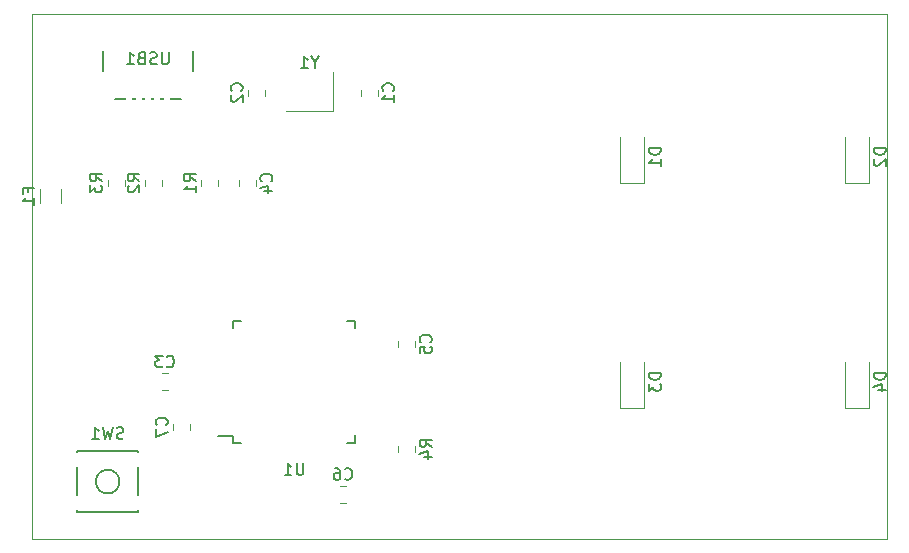
<source format=gbo>
G04 #@! TF.GenerationSoftware,KiCad,Pcbnew,(5.1.5)-3*
G04 #@! TF.CreationDate,2020-03-21T14:26:23+08:00*
G04 #@! TF.ProjectId,PCB Design,50434220-4465-4736-9967-6e2e6b696361,rev?*
G04 #@! TF.SameCoordinates,Original*
G04 #@! TF.FileFunction,Legend,Bot*
G04 #@! TF.FilePolarity,Positive*
%FSLAX46Y46*%
G04 Gerber Fmt 4.6, Leading zero omitted, Abs format (unit mm)*
G04 Created by KiCad (PCBNEW (5.1.5)-3) date 2020-03-21 14:26:23*
%MOMM*%
%LPD*%
G04 APERTURE LIST*
%ADD10C,0.120000*%
%ADD11C,0.150000*%
%ADD12R,1.502000X1.302000*%
%ADD13O,1.802000X2.802000*%
%ADD14R,0.602000X2.352000*%
%ADD15R,0.652000X1.602000*%
%ADD16R,1.602000X0.652000*%
%ADD17R,1.902000X1.202000*%
%ADD18C,0.100000*%
%ADD19C,1.852000*%
%ADD20C,2.352000*%
%ADD21C,4.089800*%
%ADD22R,1.302000X1.002000*%
G04 APERTURE END LIST*
D10*
X165100000Y-124460000D02*
X167640000Y-124460000D01*
X165100000Y-168910000D02*
X165100000Y-124460000D01*
X237490000Y-168910000D02*
X165100000Y-168910000D01*
X237490000Y-124460000D02*
X237490000Y-168910000D01*
X167640000Y-124460000D02*
X237490000Y-124460000D01*
X190606250Y-132675000D02*
X186606250Y-132675000D01*
X190606250Y-129375000D02*
X190606250Y-132675000D01*
D11*
X171093750Y-126206250D02*
X171093750Y-131656250D01*
X178793750Y-126206250D02*
X178793750Y-131656250D01*
X171093750Y-131656250D02*
X178793750Y-131656250D01*
X182150000Y-160175000D02*
X180875000Y-160175000D01*
X192500000Y-160750000D02*
X191825000Y-160750000D01*
X192500000Y-150400000D02*
X191825000Y-150400000D01*
X182150000Y-150400000D02*
X182825000Y-150400000D01*
X182150000Y-160750000D02*
X182825000Y-160750000D01*
X182150000Y-150400000D02*
X182150000Y-151075000D01*
X192500000Y-150400000D02*
X192500000Y-151075000D01*
X192500000Y-160750000D02*
X192500000Y-160075000D01*
X182150000Y-160750000D02*
X182150000Y-160175000D01*
X172525000Y-164043750D02*
G75*
G03X172525000Y-164043750I-1000000J0D01*
G01*
X168925000Y-161443750D02*
X168925000Y-166643750D01*
X174125000Y-161443750D02*
X168925000Y-161443750D01*
X174125000Y-166643750D02*
X174125000Y-161443750D01*
X168925000Y-166643750D02*
X174125000Y-166643750D01*
D10*
X196140000Y-161533578D02*
X196140000Y-161016422D01*
X197560000Y-161533578D02*
X197560000Y-161016422D01*
X172953750Y-138503922D02*
X172953750Y-139021078D01*
X171533750Y-138503922D02*
X171533750Y-139021078D01*
X176128750Y-138503922D02*
X176128750Y-139021078D01*
X174708750Y-138503922D02*
X174708750Y-139021078D01*
X180891250Y-138503922D02*
X180891250Y-139021078D01*
X179471250Y-138503922D02*
X179471250Y-139021078D01*
X167597500Y-139285436D02*
X167597500Y-140489564D01*
X165777500Y-139285436D02*
X165777500Y-140489564D01*
X235950000Y-157825000D02*
X235950000Y-153925000D01*
X233950000Y-157825000D02*
X233950000Y-153925000D01*
X235950000Y-157825000D02*
X233950000Y-157825000D01*
X216900000Y-157825000D02*
X216900000Y-153925000D01*
X214900000Y-157825000D02*
X214900000Y-153925000D01*
X216900000Y-157825000D02*
X214900000Y-157825000D01*
X235950000Y-138775000D02*
X235950000Y-134875000D01*
X233950000Y-138775000D02*
X233950000Y-134875000D01*
X235950000Y-138775000D02*
X233950000Y-138775000D01*
X216900000Y-138775000D02*
X216900000Y-134875000D01*
X214900000Y-138775000D02*
X214900000Y-134875000D01*
X216900000Y-138775000D02*
X214900000Y-138775000D01*
X178510000Y-159141422D02*
X178510000Y-159658578D01*
X177090000Y-159141422D02*
X177090000Y-159658578D01*
X191696078Y-165810000D02*
X191178922Y-165810000D01*
X191696078Y-164390000D02*
X191178922Y-164390000D01*
X196140000Y-152658578D02*
X196140000Y-152141422D01*
X197560000Y-152658578D02*
X197560000Y-152141422D01*
X182646250Y-139021078D02*
X182646250Y-138503922D01*
X184066250Y-139021078D02*
X184066250Y-138503922D01*
X176614828Y-156285000D02*
X176097672Y-156285000D01*
X176614828Y-154865000D02*
X176097672Y-154865000D01*
X184860000Y-130853922D02*
X184860000Y-131371078D01*
X183440000Y-130853922D02*
X183440000Y-131371078D01*
X192965000Y-131371078D02*
X192965000Y-130853922D01*
X194385000Y-131371078D02*
X194385000Y-130853922D01*
D11*
X189082440Y-128551190D02*
X189082440Y-129027380D01*
X189415773Y-128027380D02*
X189082440Y-128551190D01*
X188749107Y-128027380D01*
X187891964Y-129027380D02*
X188463392Y-129027380D01*
X188177678Y-129027380D02*
X188177678Y-128027380D01*
X188272916Y-128170238D01*
X188368154Y-128265476D01*
X188463392Y-128313095D01*
X176681845Y-127690630D02*
X176681845Y-128500154D01*
X176634226Y-128595392D01*
X176586607Y-128643011D01*
X176491369Y-128690630D01*
X176300892Y-128690630D01*
X176205654Y-128643011D01*
X176158035Y-128595392D01*
X176110416Y-128500154D01*
X176110416Y-127690630D01*
X175681845Y-128643011D02*
X175538988Y-128690630D01*
X175300892Y-128690630D01*
X175205654Y-128643011D01*
X175158035Y-128595392D01*
X175110416Y-128500154D01*
X175110416Y-128404916D01*
X175158035Y-128309678D01*
X175205654Y-128262059D01*
X175300892Y-128214440D01*
X175491369Y-128166821D01*
X175586607Y-128119202D01*
X175634226Y-128071583D01*
X175681845Y-127976345D01*
X175681845Y-127881107D01*
X175634226Y-127785869D01*
X175586607Y-127738250D01*
X175491369Y-127690630D01*
X175253273Y-127690630D01*
X175110416Y-127738250D01*
X174348511Y-128166821D02*
X174205654Y-128214440D01*
X174158035Y-128262059D01*
X174110416Y-128357297D01*
X174110416Y-128500154D01*
X174158035Y-128595392D01*
X174205654Y-128643011D01*
X174300892Y-128690630D01*
X174681845Y-128690630D01*
X174681845Y-127690630D01*
X174348511Y-127690630D01*
X174253273Y-127738250D01*
X174205654Y-127785869D01*
X174158035Y-127881107D01*
X174158035Y-127976345D01*
X174205654Y-128071583D01*
X174253273Y-128119202D01*
X174348511Y-128166821D01*
X174681845Y-128166821D01*
X173158035Y-128690630D02*
X173729464Y-128690630D01*
X173443750Y-128690630D02*
X173443750Y-127690630D01*
X173538988Y-127833488D01*
X173634226Y-127928726D01*
X173729464Y-127976345D01*
X188086904Y-162477380D02*
X188086904Y-163286904D01*
X188039285Y-163382142D01*
X187991666Y-163429761D01*
X187896428Y-163477380D01*
X187705952Y-163477380D01*
X187610714Y-163429761D01*
X187563095Y-163382142D01*
X187515476Y-163286904D01*
X187515476Y-162477380D01*
X186515476Y-163477380D02*
X187086904Y-163477380D01*
X186801190Y-163477380D02*
X186801190Y-162477380D01*
X186896428Y-162620238D01*
X186991666Y-162715476D01*
X187086904Y-162763095D01*
X172858333Y-160384511D02*
X172715476Y-160432130D01*
X172477380Y-160432130D01*
X172382142Y-160384511D01*
X172334523Y-160336892D01*
X172286904Y-160241654D01*
X172286904Y-160146416D01*
X172334523Y-160051178D01*
X172382142Y-160003559D01*
X172477380Y-159955940D01*
X172667857Y-159908321D01*
X172763095Y-159860702D01*
X172810714Y-159813083D01*
X172858333Y-159717845D01*
X172858333Y-159622607D01*
X172810714Y-159527369D01*
X172763095Y-159479750D01*
X172667857Y-159432130D01*
X172429761Y-159432130D01*
X172286904Y-159479750D01*
X171953571Y-159432130D02*
X171715476Y-160432130D01*
X171525000Y-159717845D01*
X171334523Y-160432130D01*
X171096428Y-159432130D01*
X170191666Y-160432130D02*
X170763095Y-160432130D01*
X170477380Y-160432130D02*
X170477380Y-159432130D01*
X170572619Y-159574988D01*
X170667857Y-159670226D01*
X170763095Y-159717845D01*
X198952380Y-161108333D02*
X198476190Y-160775000D01*
X198952380Y-160536904D02*
X197952380Y-160536904D01*
X197952380Y-160917857D01*
X198000000Y-161013095D01*
X198047619Y-161060714D01*
X198142857Y-161108333D01*
X198285714Y-161108333D01*
X198380952Y-161060714D01*
X198428571Y-161013095D01*
X198476190Y-160917857D01*
X198476190Y-160536904D01*
X198285714Y-161965476D02*
X198952380Y-161965476D01*
X197904761Y-161727380D02*
X198619047Y-161489285D01*
X198619047Y-162108333D01*
X171046130Y-138595833D02*
X170569940Y-138262500D01*
X171046130Y-138024404D02*
X170046130Y-138024404D01*
X170046130Y-138405357D01*
X170093750Y-138500595D01*
X170141369Y-138548214D01*
X170236607Y-138595833D01*
X170379464Y-138595833D01*
X170474702Y-138548214D01*
X170522321Y-138500595D01*
X170569940Y-138405357D01*
X170569940Y-138024404D01*
X170046130Y-138929166D02*
X170046130Y-139548214D01*
X170427083Y-139214880D01*
X170427083Y-139357738D01*
X170474702Y-139452976D01*
X170522321Y-139500595D01*
X170617559Y-139548214D01*
X170855654Y-139548214D01*
X170950892Y-139500595D01*
X170998511Y-139452976D01*
X171046130Y-139357738D01*
X171046130Y-139072023D01*
X170998511Y-138976785D01*
X170950892Y-138929166D01*
X174221130Y-138595833D02*
X173744940Y-138262500D01*
X174221130Y-138024404D02*
X173221130Y-138024404D01*
X173221130Y-138405357D01*
X173268750Y-138500595D01*
X173316369Y-138548214D01*
X173411607Y-138595833D01*
X173554464Y-138595833D01*
X173649702Y-138548214D01*
X173697321Y-138500595D01*
X173744940Y-138405357D01*
X173744940Y-138024404D01*
X173316369Y-138976785D02*
X173268750Y-139024404D01*
X173221130Y-139119642D01*
X173221130Y-139357738D01*
X173268750Y-139452976D01*
X173316369Y-139500595D01*
X173411607Y-139548214D01*
X173506845Y-139548214D01*
X173649702Y-139500595D01*
X174221130Y-138929166D01*
X174221130Y-139548214D01*
X178983630Y-138595833D02*
X178507440Y-138262500D01*
X178983630Y-138024404D02*
X177983630Y-138024404D01*
X177983630Y-138405357D01*
X178031250Y-138500595D01*
X178078869Y-138548214D01*
X178174107Y-138595833D01*
X178316964Y-138595833D01*
X178412202Y-138548214D01*
X178459821Y-138500595D01*
X178507440Y-138405357D01*
X178507440Y-138024404D01*
X178983630Y-139548214D02*
X178983630Y-138976785D01*
X178983630Y-139262500D02*
X177983630Y-139262500D01*
X178126488Y-139167261D01*
X178221726Y-139072023D01*
X178269345Y-138976785D01*
X164796071Y-139554166D02*
X164796071Y-139220833D01*
X165319880Y-139220833D02*
X164319880Y-139220833D01*
X164319880Y-139697023D01*
X165319880Y-140601785D02*
X165319880Y-140030357D01*
X165319880Y-140316071D02*
X164319880Y-140316071D01*
X164462738Y-140220833D01*
X164557976Y-140125595D01*
X164605595Y-140030357D01*
X237402380Y-154836904D02*
X236402380Y-154836904D01*
X236402380Y-155075000D01*
X236450000Y-155217857D01*
X236545238Y-155313095D01*
X236640476Y-155360714D01*
X236830952Y-155408333D01*
X236973809Y-155408333D01*
X237164285Y-155360714D01*
X237259523Y-155313095D01*
X237354761Y-155217857D01*
X237402380Y-155075000D01*
X237402380Y-154836904D01*
X236735714Y-156265476D02*
X237402380Y-156265476D01*
X236354761Y-156027380D02*
X237069047Y-155789285D01*
X237069047Y-156408333D01*
X218352380Y-154836904D02*
X217352380Y-154836904D01*
X217352380Y-155075000D01*
X217400000Y-155217857D01*
X217495238Y-155313095D01*
X217590476Y-155360714D01*
X217780952Y-155408333D01*
X217923809Y-155408333D01*
X218114285Y-155360714D01*
X218209523Y-155313095D01*
X218304761Y-155217857D01*
X218352380Y-155075000D01*
X218352380Y-154836904D01*
X217352380Y-155741666D02*
X217352380Y-156360714D01*
X217733333Y-156027380D01*
X217733333Y-156170238D01*
X217780952Y-156265476D01*
X217828571Y-156313095D01*
X217923809Y-156360714D01*
X218161904Y-156360714D01*
X218257142Y-156313095D01*
X218304761Y-156265476D01*
X218352380Y-156170238D01*
X218352380Y-155884523D01*
X218304761Y-155789285D01*
X218257142Y-155741666D01*
X237402380Y-135786904D02*
X236402380Y-135786904D01*
X236402380Y-136025000D01*
X236450000Y-136167857D01*
X236545238Y-136263095D01*
X236640476Y-136310714D01*
X236830952Y-136358333D01*
X236973809Y-136358333D01*
X237164285Y-136310714D01*
X237259523Y-136263095D01*
X237354761Y-136167857D01*
X237402380Y-136025000D01*
X237402380Y-135786904D01*
X236497619Y-136739285D02*
X236450000Y-136786904D01*
X236402380Y-136882142D01*
X236402380Y-137120238D01*
X236450000Y-137215476D01*
X236497619Y-137263095D01*
X236592857Y-137310714D01*
X236688095Y-137310714D01*
X236830952Y-137263095D01*
X237402380Y-136691666D01*
X237402380Y-137310714D01*
X218352380Y-135786904D02*
X217352380Y-135786904D01*
X217352380Y-136025000D01*
X217400000Y-136167857D01*
X217495238Y-136263095D01*
X217590476Y-136310714D01*
X217780952Y-136358333D01*
X217923809Y-136358333D01*
X218114285Y-136310714D01*
X218209523Y-136263095D01*
X218304761Y-136167857D01*
X218352380Y-136025000D01*
X218352380Y-135786904D01*
X218352380Y-137310714D02*
X218352380Y-136739285D01*
X218352380Y-137025000D02*
X217352380Y-137025000D01*
X217495238Y-136929761D01*
X217590476Y-136834523D01*
X217638095Y-136739285D01*
X176507142Y-159233333D02*
X176554761Y-159185714D01*
X176602380Y-159042857D01*
X176602380Y-158947619D01*
X176554761Y-158804761D01*
X176459523Y-158709523D01*
X176364285Y-158661904D01*
X176173809Y-158614285D01*
X176030952Y-158614285D01*
X175840476Y-158661904D01*
X175745238Y-158709523D01*
X175650000Y-158804761D01*
X175602380Y-158947619D01*
X175602380Y-159042857D01*
X175650000Y-159185714D01*
X175697619Y-159233333D01*
X175602380Y-159566666D02*
X175602380Y-160233333D01*
X176602380Y-159804761D01*
X191604166Y-163807142D02*
X191651785Y-163854761D01*
X191794642Y-163902380D01*
X191889880Y-163902380D01*
X192032738Y-163854761D01*
X192127976Y-163759523D01*
X192175595Y-163664285D01*
X192223214Y-163473809D01*
X192223214Y-163330952D01*
X192175595Y-163140476D01*
X192127976Y-163045238D01*
X192032738Y-162950000D01*
X191889880Y-162902380D01*
X191794642Y-162902380D01*
X191651785Y-162950000D01*
X191604166Y-162997619D01*
X190747023Y-162902380D02*
X190937500Y-162902380D01*
X191032738Y-162950000D01*
X191080357Y-162997619D01*
X191175595Y-163140476D01*
X191223214Y-163330952D01*
X191223214Y-163711904D01*
X191175595Y-163807142D01*
X191127976Y-163854761D01*
X191032738Y-163902380D01*
X190842261Y-163902380D01*
X190747023Y-163854761D01*
X190699404Y-163807142D01*
X190651785Y-163711904D01*
X190651785Y-163473809D01*
X190699404Y-163378571D01*
X190747023Y-163330952D01*
X190842261Y-163283333D01*
X191032738Y-163283333D01*
X191127976Y-163330952D01*
X191175595Y-163378571D01*
X191223214Y-163473809D01*
X198857142Y-152233333D02*
X198904761Y-152185714D01*
X198952380Y-152042857D01*
X198952380Y-151947619D01*
X198904761Y-151804761D01*
X198809523Y-151709523D01*
X198714285Y-151661904D01*
X198523809Y-151614285D01*
X198380952Y-151614285D01*
X198190476Y-151661904D01*
X198095238Y-151709523D01*
X198000000Y-151804761D01*
X197952380Y-151947619D01*
X197952380Y-152042857D01*
X198000000Y-152185714D01*
X198047619Y-152233333D01*
X197952380Y-153138095D02*
X197952380Y-152661904D01*
X198428571Y-152614285D01*
X198380952Y-152661904D01*
X198333333Y-152757142D01*
X198333333Y-152995238D01*
X198380952Y-153090476D01*
X198428571Y-153138095D01*
X198523809Y-153185714D01*
X198761904Y-153185714D01*
X198857142Y-153138095D01*
X198904761Y-153090476D01*
X198952380Y-152995238D01*
X198952380Y-152757142D01*
X198904761Y-152661904D01*
X198857142Y-152614285D01*
X185363392Y-138595833D02*
X185411011Y-138548214D01*
X185458630Y-138405357D01*
X185458630Y-138310119D01*
X185411011Y-138167261D01*
X185315773Y-138072023D01*
X185220535Y-138024404D01*
X185030059Y-137976785D01*
X184887202Y-137976785D01*
X184696726Y-138024404D01*
X184601488Y-138072023D01*
X184506250Y-138167261D01*
X184458630Y-138310119D01*
X184458630Y-138405357D01*
X184506250Y-138548214D01*
X184553869Y-138595833D01*
X184791964Y-139452976D02*
X185458630Y-139452976D01*
X184411011Y-139214880D02*
X185125297Y-138976785D01*
X185125297Y-139595833D01*
X176522916Y-154282142D02*
X176570535Y-154329761D01*
X176713392Y-154377380D01*
X176808630Y-154377380D01*
X176951488Y-154329761D01*
X177046726Y-154234523D01*
X177094345Y-154139285D01*
X177141964Y-153948809D01*
X177141964Y-153805952D01*
X177094345Y-153615476D01*
X177046726Y-153520238D01*
X176951488Y-153425000D01*
X176808630Y-153377380D01*
X176713392Y-153377380D01*
X176570535Y-153425000D01*
X176522916Y-153472619D01*
X176189583Y-153377380D02*
X175570535Y-153377380D01*
X175903869Y-153758333D01*
X175761011Y-153758333D01*
X175665773Y-153805952D01*
X175618154Y-153853571D01*
X175570535Y-153948809D01*
X175570535Y-154186904D01*
X175618154Y-154282142D01*
X175665773Y-154329761D01*
X175761011Y-154377380D01*
X176046726Y-154377380D01*
X176141964Y-154329761D01*
X176189583Y-154282142D01*
X182857142Y-130945833D02*
X182904761Y-130898214D01*
X182952380Y-130755357D01*
X182952380Y-130660119D01*
X182904761Y-130517261D01*
X182809523Y-130422023D01*
X182714285Y-130374404D01*
X182523809Y-130326785D01*
X182380952Y-130326785D01*
X182190476Y-130374404D01*
X182095238Y-130422023D01*
X182000000Y-130517261D01*
X181952380Y-130660119D01*
X181952380Y-130755357D01*
X182000000Y-130898214D01*
X182047619Y-130945833D01*
X182047619Y-131326785D02*
X182000000Y-131374404D01*
X181952380Y-131469642D01*
X181952380Y-131707738D01*
X182000000Y-131802976D01*
X182047619Y-131850595D01*
X182142857Y-131898214D01*
X182238095Y-131898214D01*
X182380952Y-131850595D01*
X182952380Y-131279166D01*
X182952380Y-131898214D01*
X195682142Y-130945833D02*
X195729761Y-130898214D01*
X195777380Y-130755357D01*
X195777380Y-130660119D01*
X195729761Y-130517261D01*
X195634523Y-130422023D01*
X195539285Y-130374404D01*
X195348809Y-130326785D01*
X195205952Y-130326785D01*
X195015476Y-130374404D01*
X194920238Y-130422023D01*
X194825000Y-130517261D01*
X194777380Y-130660119D01*
X194777380Y-130755357D01*
X194825000Y-130898214D01*
X194872619Y-130945833D01*
X195777380Y-131898214D02*
X195777380Y-131326785D01*
X195777380Y-131612500D02*
X194777380Y-131612500D01*
X194920238Y-131517261D01*
X195015476Y-131422023D01*
X195063095Y-131326785D01*
%LPC*%
D12*
X189706250Y-130175000D03*
X187506250Y-130175000D03*
X187506250Y-131875000D03*
X189706250Y-131875000D03*
D13*
X171293750Y-126206250D03*
X178593750Y-126206250D03*
X178593750Y-130706250D03*
X171293750Y-130706250D03*
D14*
X173343750Y-130706250D03*
X174143750Y-130706250D03*
X174943750Y-130706250D03*
X175743750Y-130706250D03*
X176543750Y-130706250D03*
D15*
X183325000Y-161275000D03*
X184125000Y-161275000D03*
X184925000Y-161275000D03*
X185725000Y-161275000D03*
X186525000Y-161275000D03*
X187325000Y-161275000D03*
X188125000Y-161275000D03*
X188925000Y-161275000D03*
X189725000Y-161275000D03*
X190525000Y-161275000D03*
X191325000Y-161275000D03*
D16*
X193025000Y-159575000D03*
X193025000Y-158775000D03*
X193025000Y-157975000D03*
X193025000Y-157175000D03*
X193025000Y-156375000D03*
X193025000Y-155575000D03*
X193025000Y-154775000D03*
X193025000Y-153975000D03*
X193025000Y-153175000D03*
X193025000Y-152375000D03*
X193025000Y-151575000D03*
D15*
X191325000Y-149875000D03*
X190525000Y-149875000D03*
X189725000Y-149875000D03*
X188925000Y-149875000D03*
X188125000Y-149875000D03*
X187325000Y-149875000D03*
X186525000Y-149875000D03*
X185725000Y-149875000D03*
X184925000Y-149875000D03*
X184125000Y-149875000D03*
X183325000Y-149875000D03*
D16*
X181625000Y-151575000D03*
X181625000Y-152375000D03*
X181625000Y-153175000D03*
X181625000Y-153975000D03*
X181625000Y-154775000D03*
X181625000Y-155575000D03*
X181625000Y-156375000D03*
X181625000Y-157175000D03*
X181625000Y-157975000D03*
X181625000Y-158775000D03*
X181625000Y-159575000D03*
D17*
X174625000Y-162193750D03*
X168425000Y-165893750D03*
X174625000Y-165893750D03*
X168425000Y-162193750D03*
D18*
G36*
X197358141Y-159800297D02*
G01*
X197384278Y-159804174D01*
X197409909Y-159810594D01*
X197434788Y-159819495D01*
X197458674Y-159830793D01*
X197481337Y-159844377D01*
X197502560Y-159860117D01*
X197522139Y-159877861D01*
X197539883Y-159897440D01*
X197555623Y-159918663D01*
X197569207Y-159941326D01*
X197580505Y-159965212D01*
X197589406Y-159990091D01*
X197595826Y-160015722D01*
X197599703Y-160041859D01*
X197601000Y-160068250D01*
X197601000Y-160606750D01*
X197599703Y-160633141D01*
X197595826Y-160659278D01*
X197589406Y-160684909D01*
X197580505Y-160709788D01*
X197569207Y-160733674D01*
X197555623Y-160756337D01*
X197539883Y-160777560D01*
X197522139Y-160797139D01*
X197502560Y-160814883D01*
X197481337Y-160830623D01*
X197458674Y-160844207D01*
X197434788Y-160855505D01*
X197409909Y-160864406D01*
X197384278Y-160870826D01*
X197358141Y-160874703D01*
X197331750Y-160876000D01*
X196368250Y-160876000D01*
X196341859Y-160874703D01*
X196315722Y-160870826D01*
X196290091Y-160864406D01*
X196265212Y-160855505D01*
X196241326Y-160844207D01*
X196218663Y-160830623D01*
X196197440Y-160814883D01*
X196177861Y-160797139D01*
X196160117Y-160777560D01*
X196144377Y-160756337D01*
X196130793Y-160733674D01*
X196119495Y-160709788D01*
X196110594Y-160684909D01*
X196104174Y-160659278D01*
X196100297Y-160633141D01*
X196099000Y-160606750D01*
X196099000Y-160068250D01*
X196100297Y-160041859D01*
X196104174Y-160015722D01*
X196110594Y-159990091D01*
X196119495Y-159965212D01*
X196130793Y-159941326D01*
X196144377Y-159918663D01*
X196160117Y-159897440D01*
X196177861Y-159877861D01*
X196197440Y-159860117D01*
X196218663Y-159844377D01*
X196241326Y-159830793D01*
X196265212Y-159819495D01*
X196290091Y-159810594D01*
X196315722Y-159804174D01*
X196341859Y-159800297D01*
X196368250Y-159799000D01*
X197331750Y-159799000D01*
X197358141Y-159800297D01*
G37*
G36*
X197358141Y-161675297D02*
G01*
X197384278Y-161679174D01*
X197409909Y-161685594D01*
X197434788Y-161694495D01*
X197458674Y-161705793D01*
X197481337Y-161719377D01*
X197502560Y-161735117D01*
X197522139Y-161752861D01*
X197539883Y-161772440D01*
X197555623Y-161793663D01*
X197569207Y-161816326D01*
X197580505Y-161840212D01*
X197589406Y-161865091D01*
X197595826Y-161890722D01*
X197599703Y-161916859D01*
X197601000Y-161943250D01*
X197601000Y-162481750D01*
X197599703Y-162508141D01*
X197595826Y-162534278D01*
X197589406Y-162559909D01*
X197580505Y-162584788D01*
X197569207Y-162608674D01*
X197555623Y-162631337D01*
X197539883Y-162652560D01*
X197522139Y-162672139D01*
X197502560Y-162689883D01*
X197481337Y-162705623D01*
X197458674Y-162719207D01*
X197434788Y-162730505D01*
X197409909Y-162739406D01*
X197384278Y-162745826D01*
X197358141Y-162749703D01*
X197331750Y-162751000D01*
X196368250Y-162751000D01*
X196341859Y-162749703D01*
X196315722Y-162745826D01*
X196290091Y-162739406D01*
X196265212Y-162730505D01*
X196241326Y-162719207D01*
X196218663Y-162705623D01*
X196197440Y-162689883D01*
X196177861Y-162672139D01*
X196160117Y-162652560D01*
X196144377Y-162631337D01*
X196130793Y-162608674D01*
X196119495Y-162584788D01*
X196110594Y-162559909D01*
X196104174Y-162534278D01*
X196100297Y-162508141D01*
X196099000Y-162481750D01*
X196099000Y-161943250D01*
X196100297Y-161916859D01*
X196104174Y-161890722D01*
X196110594Y-161865091D01*
X196119495Y-161840212D01*
X196130793Y-161816326D01*
X196144377Y-161793663D01*
X196160117Y-161772440D01*
X196177861Y-161752861D01*
X196197440Y-161735117D01*
X196218663Y-161719377D01*
X196241326Y-161705793D01*
X196265212Y-161694495D01*
X196290091Y-161685594D01*
X196315722Y-161679174D01*
X196341859Y-161675297D01*
X196368250Y-161674000D01*
X197331750Y-161674000D01*
X197358141Y-161675297D01*
G37*
G36*
X172751891Y-139162797D02*
G01*
X172778028Y-139166674D01*
X172803659Y-139173094D01*
X172828538Y-139181995D01*
X172852424Y-139193293D01*
X172875087Y-139206877D01*
X172896310Y-139222617D01*
X172915889Y-139240361D01*
X172933633Y-139259940D01*
X172949373Y-139281163D01*
X172962957Y-139303826D01*
X172974255Y-139327712D01*
X172983156Y-139352591D01*
X172989576Y-139378222D01*
X172993453Y-139404359D01*
X172994750Y-139430750D01*
X172994750Y-139969250D01*
X172993453Y-139995641D01*
X172989576Y-140021778D01*
X172983156Y-140047409D01*
X172974255Y-140072288D01*
X172962957Y-140096174D01*
X172949373Y-140118837D01*
X172933633Y-140140060D01*
X172915889Y-140159639D01*
X172896310Y-140177383D01*
X172875087Y-140193123D01*
X172852424Y-140206707D01*
X172828538Y-140218005D01*
X172803659Y-140226906D01*
X172778028Y-140233326D01*
X172751891Y-140237203D01*
X172725500Y-140238500D01*
X171762000Y-140238500D01*
X171735609Y-140237203D01*
X171709472Y-140233326D01*
X171683841Y-140226906D01*
X171658962Y-140218005D01*
X171635076Y-140206707D01*
X171612413Y-140193123D01*
X171591190Y-140177383D01*
X171571611Y-140159639D01*
X171553867Y-140140060D01*
X171538127Y-140118837D01*
X171524543Y-140096174D01*
X171513245Y-140072288D01*
X171504344Y-140047409D01*
X171497924Y-140021778D01*
X171494047Y-139995641D01*
X171492750Y-139969250D01*
X171492750Y-139430750D01*
X171494047Y-139404359D01*
X171497924Y-139378222D01*
X171504344Y-139352591D01*
X171513245Y-139327712D01*
X171524543Y-139303826D01*
X171538127Y-139281163D01*
X171553867Y-139259940D01*
X171571611Y-139240361D01*
X171591190Y-139222617D01*
X171612413Y-139206877D01*
X171635076Y-139193293D01*
X171658962Y-139181995D01*
X171683841Y-139173094D01*
X171709472Y-139166674D01*
X171735609Y-139162797D01*
X171762000Y-139161500D01*
X172725500Y-139161500D01*
X172751891Y-139162797D01*
G37*
G36*
X172751891Y-137287797D02*
G01*
X172778028Y-137291674D01*
X172803659Y-137298094D01*
X172828538Y-137306995D01*
X172852424Y-137318293D01*
X172875087Y-137331877D01*
X172896310Y-137347617D01*
X172915889Y-137365361D01*
X172933633Y-137384940D01*
X172949373Y-137406163D01*
X172962957Y-137428826D01*
X172974255Y-137452712D01*
X172983156Y-137477591D01*
X172989576Y-137503222D01*
X172993453Y-137529359D01*
X172994750Y-137555750D01*
X172994750Y-138094250D01*
X172993453Y-138120641D01*
X172989576Y-138146778D01*
X172983156Y-138172409D01*
X172974255Y-138197288D01*
X172962957Y-138221174D01*
X172949373Y-138243837D01*
X172933633Y-138265060D01*
X172915889Y-138284639D01*
X172896310Y-138302383D01*
X172875087Y-138318123D01*
X172852424Y-138331707D01*
X172828538Y-138343005D01*
X172803659Y-138351906D01*
X172778028Y-138358326D01*
X172751891Y-138362203D01*
X172725500Y-138363500D01*
X171762000Y-138363500D01*
X171735609Y-138362203D01*
X171709472Y-138358326D01*
X171683841Y-138351906D01*
X171658962Y-138343005D01*
X171635076Y-138331707D01*
X171612413Y-138318123D01*
X171591190Y-138302383D01*
X171571611Y-138284639D01*
X171553867Y-138265060D01*
X171538127Y-138243837D01*
X171524543Y-138221174D01*
X171513245Y-138197288D01*
X171504344Y-138172409D01*
X171497924Y-138146778D01*
X171494047Y-138120641D01*
X171492750Y-138094250D01*
X171492750Y-137555750D01*
X171494047Y-137529359D01*
X171497924Y-137503222D01*
X171504344Y-137477591D01*
X171513245Y-137452712D01*
X171524543Y-137428826D01*
X171538127Y-137406163D01*
X171553867Y-137384940D01*
X171571611Y-137365361D01*
X171591190Y-137347617D01*
X171612413Y-137331877D01*
X171635076Y-137318293D01*
X171658962Y-137306995D01*
X171683841Y-137298094D01*
X171709472Y-137291674D01*
X171735609Y-137287797D01*
X171762000Y-137286500D01*
X172725500Y-137286500D01*
X172751891Y-137287797D01*
G37*
G36*
X175926891Y-139162797D02*
G01*
X175953028Y-139166674D01*
X175978659Y-139173094D01*
X176003538Y-139181995D01*
X176027424Y-139193293D01*
X176050087Y-139206877D01*
X176071310Y-139222617D01*
X176090889Y-139240361D01*
X176108633Y-139259940D01*
X176124373Y-139281163D01*
X176137957Y-139303826D01*
X176149255Y-139327712D01*
X176158156Y-139352591D01*
X176164576Y-139378222D01*
X176168453Y-139404359D01*
X176169750Y-139430750D01*
X176169750Y-139969250D01*
X176168453Y-139995641D01*
X176164576Y-140021778D01*
X176158156Y-140047409D01*
X176149255Y-140072288D01*
X176137957Y-140096174D01*
X176124373Y-140118837D01*
X176108633Y-140140060D01*
X176090889Y-140159639D01*
X176071310Y-140177383D01*
X176050087Y-140193123D01*
X176027424Y-140206707D01*
X176003538Y-140218005D01*
X175978659Y-140226906D01*
X175953028Y-140233326D01*
X175926891Y-140237203D01*
X175900500Y-140238500D01*
X174937000Y-140238500D01*
X174910609Y-140237203D01*
X174884472Y-140233326D01*
X174858841Y-140226906D01*
X174833962Y-140218005D01*
X174810076Y-140206707D01*
X174787413Y-140193123D01*
X174766190Y-140177383D01*
X174746611Y-140159639D01*
X174728867Y-140140060D01*
X174713127Y-140118837D01*
X174699543Y-140096174D01*
X174688245Y-140072288D01*
X174679344Y-140047409D01*
X174672924Y-140021778D01*
X174669047Y-139995641D01*
X174667750Y-139969250D01*
X174667750Y-139430750D01*
X174669047Y-139404359D01*
X174672924Y-139378222D01*
X174679344Y-139352591D01*
X174688245Y-139327712D01*
X174699543Y-139303826D01*
X174713127Y-139281163D01*
X174728867Y-139259940D01*
X174746611Y-139240361D01*
X174766190Y-139222617D01*
X174787413Y-139206877D01*
X174810076Y-139193293D01*
X174833962Y-139181995D01*
X174858841Y-139173094D01*
X174884472Y-139166674D01*
X174910609Y-139162797D01*
X174937000Y-139161500D01*
X175900500Y-139161500D01*
X175926891Y-139162797D01*
G37*
G36*
X175926891Y-137287797D02*
G01*
X175953028Y-137291674D01*
X175978659Y-137298094D01*
X176003538Y-137306995D01*
X176027424Y-137318293D01*
X176050087Y-137331877D01*
X176071310Y-137347617D01*
X176090889Y-137365361D01*
X176108633Y-137384940D01*
X176124373Y-137406163D01*
X176137957Y-137428826D01*
X176149255Y-137452712D01*
X176158156Y-137477591D01*
X176164576Y-137503222D01*
X176168453Y-137529359D01*
X176169750Y-137555750D01*
X176169750Y-138094250D01*
X176168453Y-138120641D01*
X176164576Y-138146778D01*
X176158156Y-138172409D01*
X176149255Y-138197288D01*
X176137957Y-138221174D01*
X176124373Y-138243837D01*
X176108633Y-138265060D01*
X176090889Y-138284639D01*
X176071310Y-138302383D01*
X176050087Y-138318123D01*
X176027424Y-138331707D01*
X176003538Y-138343005D01*
X175978659Y-138351906D01*
X175953028Y-138358326D01*
X175926891Y-138362203D01*
X175900500Y-138363500D01*
X174937000Y-138363500D01*
X174910609Y-138362203D01*
X174884472Y-138358326D01*
X174858841Y-138351906D01*
X174833962Y-138343005D01*
X174810076Y-138331707D01*
X174787413Y-138318123D01*
X174766190Y-138302383D01*
X174746611Y-138284639D01*
X174728867Y-138265060D01*
X174713127Y-138243837D01*
X174699543Y-138221174D01*
X174688245Y-138197288D01*
X174679344Y-138172409D01*
X174672924Y-138146778D01*
X174669047Y-138120641D01*
X174667750Y-138094250D01*
X174667750Y-137555750D01*
X174669047Y-137529359D01*
X174672924Y-137503222D01*
X174679344Y-137477591D01*
X174688245Y-137452712D01*
X174699543Y-137428826D01*
X174713127Y-137406163D01*
X174728867Y-137384940D01*
X174746611Y-137365361D01*
X174766190Y-137347617D01*
X174787413Y-137331877D01*
X174810076Y-137318293D01*
X174833962Y-137306995D01*
X174858841Y-137298094D01*
X174884472Y-137291674D01*
X174910609Y-137287797D01*
X174937000Y-137286500D01*
X175900500Y-137286500D01*
X175926891Y-137287797D01*
G37*
G36*
X180689391Y-139162797D02*
G01*
X180715528Y-139166674D01*
X180741159Y-139173094D01*
X180766038Y-139181995D01*
X180789924Y-139193293D01*
X180812587Y-139206877D01*
X180833810Y-139222617D01*
X180853389Y-139240361D01*
X180871133Y-139259940D01*
X180886873Y-139281163D01*
X180900457Y-139303826D01*
X180911755Y-139327712D01*
X180920656Y-139352591D01*
X180927076Y-139378222D01*
X180930953Y-139404359D01*
X180932250Y-139430750D01*
X180932250Y-139969250D01*
X180930953Y-139995641D01*
X180927076Y-140021778D01*
X180920656Y-140047409D01*
X180911755Y-140072288D01*
X180900457Y-140096174D01*
X180886873Y-140118837D01*
X180871133Y-140140060D01*
X180853389Y-140159639D01*
X180833810Y-140177383D01*
X180812587Y-140193123D01*
X180789924Y-140206707D01*
X180766038Y-140218005D01*
X180741159Y-140226906D01*
X180715528Y-140233326D01*
X180689391Y-140237203D01*
X180663000Y-140238500D01*
X179699500Y-140238500D01*
X179673109Y-140237203D01*
X179646972Y-140233326D01*
X179621341Y-140226906D01*
X179596462Y-140218005D01*
X179572576Y-140206707D01*
X179549913Y-140193123D01*
X179528690Y-140177383D01*
X179509111Y-140159639D01*
X179491367Y-140140060D01*
X179475627Y-140118837D01*
X179462043Y-140096174D01*
X179450745Y-140072288D01*
X179441844Y-140047409D01*
X179435424Y-140021778D01*
X179431547Y-139995641D01*
X179430250Y-139969250D01*
X179430250Y-139430750D01*
X179431547Y-139404359D01*
X179435424Y-139378222D01*
X179441844Y-139352591D01*
X179450745Y-139327712D01*
X179462043Y-139303826D01*
X179475627Y-139281163D01*
X179491367Y-139259940D01*
X179509111Y-139240361D01*
X179528690Y-139222617D01*
X179549913Y-139206877D01*
X179572576Y-139193293D01*
X179596462Y-139181995D01*
X179621341Y-139173094D01*
X179646972Y-139166674D01*
X179673109Y-139162797D01*
X179699500Y-139161500D01*
X180663000Y-139161500D01*
X180689391Y-139162797D01*
G37*
G36*
X180689391Y-137287797D02*
G01*
X180715528Y-137291674D01*
X180741159Y-137298094D01*
X180766038Y-137306995D01*
X180789924Y-137318293D01*
X180812587Y-137331877D01*
X180833810Y-137347617D01*
X180853389Y-137365361D01*
X180871133Y-137384940D01*
X180886873Y-137406163D01*
X180900457Y-137428826D01*
X180911755Y-137452712D01*
X180920656Y-137477591D01*
X180927076Y-137503222D01*
X180930953Y-137529359D01*
X180932250Y-137555750D01*
X180932250Y-138094250D01*
X180930953Y-138120641D01*
X180927076Y-138146778D01*
X180920656Y-138172409D01*
X180911755Y-138197288D01*
X180900457Y-138221174D01*
X180886873Y-138243837D01*
X180871133Y-138265060D01*
X180853389Y-138284639D01*
X180833810Y-138302383D01*
X180812587Y-138318123D01*
X180789924Y-138331707D01*
X180766038Y-138343005D01*
X180741159Y-138351906D01*
X180715528Y-138358326D01*
X180689391Y-138362203D01*
X180663000Y-138363500D01*
X179699500Y-138363500D01*
X179673109Y-138362203D01*
X179646972Y-138358326D01*
X179621341Y-138351906D01*
X179596462Y-138343005D01*
X179572576Y-138331707D01*
X179549913Y-138318123D01*
X179528690Y-138302383D01*
X179509111Y-138284639D01*
X179491367Y-138265060D01*
X179475627Y-138243837D01*
X179462043Y-138221174D01*
X179450745Y-138197288D01*
X179441844Y-138172409D01*
X179435424Y-138146778D01*
X179431547Y-138120641D01*
X179430250Y-138094250D01*
X179430250Y-137555750D01*
X179431547Y-137529359D01*
X179435424Y-137503222D01*
X179441844Y-137477591D01*
X179450745Y-137452712D01*
X179462043Y-137428826D01*
X179475627Y-137406163D01*
X179491367Y-137384940D01*
X179509111Y-137365361D01*
X179528690Y-137347617D01*
X179549913Y-137331877D01*
X179572576Y-137318293D01*
X179596462Y-137306995D01*
X179621341Y-137298094D01*
X179646972Y-137291674D01*
X179673109Y-137287797D01*
X179699500Y-137286500D01*
X180663000Y-137286500D01*
X180689391Y-137287797D01*
G37*
D19*
X232092500Y-155575000D03*
X221932500Y-155575000D03*
D20*
X223202500Y-153035000D03*
D21*
X227012500Y-155575000D03*
D20*
X229552500Y-150495000D03*
D19*
X213042500Y-155575000D03*
X202882500Y-155575000D03*
D20*
X204152500Y-153035000D03*
D21*
X207962500Y-155575000D03*
D20*
X210502500Y-150495000D03*
D19*
X232092500Y-136525000D03*
X221932500Y-136525000D03*
D20*
X223202500Y-133985000D03*
D21*
X227012500Y-136525000D03*
D20*
X229552500Y-131445000D03*
D19*
X213042500Y-136525000D03*
X202882500Y-136525000D03*
D20*
X204152500Y-133985000D03*
D21*
X207962500Y-136525000D03*
D20*
X210502500Y-131445000D03*
D18*
G36*
X167369604Y-140612802D02*
G01*
X167395852Y-140616696D01*
X167421593Y-140623143D01*
X167446578Y-140632083D01*
X167470566Y-140643428D01*
X167493326Y-140657071D01*
X167514640Y-140672878D01*
X167534302Y-140690698D01*
X167552122Y-140710360D01*
X167567929Y-140731674D01*
X167581572Y-140754434D01*
X167592917Y-140778422D01*
X167601857Y-140803407D01*
X167608304Y-140829148D01*
X167612198Y-140855396D01*
X167613500Y-140881900D01*
X167613500Y-141693100D01*
X167612198Y-141719604D01*
X167608304Y-141745852D01*
X167601857Y-141771593D01*
X167592917Y-141796578D01*
X167581572Y-141820566D01*
X167567929Y-141843326D01*
X167552122Y-141864640D01*
X167534302Y-141884302D01*
X167514640Y-141902122D01*
X167493326Y-141917929D01*
X167470566Y-141931572D01*
X167446578Y-141942917D01*
X167421593Y-141951857D01*
X167395852Y-141958304D01*
X167369604Y-141962198D01*
X167343100Y-141963500D01*
X166031900Y-141963500D01*
X166005396Y-141962198D01*
X165979148Y-141958304D01*
X165953407Y-141951857D01*
X165928422Y-141942917D01*
X165904434Y-141931572D01*
X165881674Y-141917929D01*
X165860360Y-141902122D01*
X165840698Y-141884302D01*
X165822878Y-141864640D01*
X165807071Y-141843326D01*
X165793428Y-141820566D01*
X165782083Y-141796578D01*
X165773143Y-141771593D01*
X165766696Y-141745852D01*
X165762802Y-141719604D01*
X165761500Y-141693100D01*
X165761500Y-140881900D01*
X165762802Y-140855396D01*
X165766696Y-140829148D01*
X165773143Y-140803407D01*
X165782083Y-140778422D01*
X165793428Y-140754434D01*
X165807071Y-140731674D01*
X165822878Y-140710360D01*
X165840698Y-140690698D01*
X165860360Y-140672878D01*
X165881674Y-140657071D01*
X165904434Y-140643428D01*
X165928422Y-140632083D01*
X165953407Y-140623143D01*
X165979148Y-140616696D01*
X166005396Y-140612802D01*
X166031900Y-140611500D01*
X167343100Y-140611500D01*
X167369604Y-140612802D01*
G37*
G36*
X167369604Y-137812802D02*
G01*
X167395852Y-137816696D01*
X167421593Y-137823143D01*
X167446578Y-137832083D01*
X167470566Y-137843428D01*
X167493326Y-137857071D01*
X167514640Y-137872878D01*
X167534302Y-137890698D01*
X167552122Y-137910360D01*
X167567929Y-137931674D01*
X167581572Y-137954434D01*
X167592917Y-137978422D01*
X167601857Y-138003407D01*
X167608304Y-138029148D01*
X167612198Y-138055396D01*
X167613500Y-138081900D01*
X167613500Y-138893100D01*
X167612198Y-138919604D01*
X167608304Y-138945852D01*
X167601857Y-138971593D01*
X167592917Y-138996578D01*
X167581572Y-139020566D01*
X167567929Y-139043326D01*
X167552122Y-139064640D01*
X167534302Y-139084302D01*
X167514640Y-139102122D01*
X167493326Y-139117929D01*
X167470566Y-139131572D01*
X167446578Y-139142917D01*
X167421593Y-139151857D01*
X167395852Y-139158304D01*
X167369604Y-139162198D01*
X167343100Y-139163500D01*
X166031900Y-139163500D01*
X166005396Y-139162198D01*
X165979148Y-139158304D01*
X165953407Y-139151857D01*
X165928422Y-139142917D01*
X165904434Y-139131572D01*
X165881674Y-139117929D01*
X165860360Y-139102122D01*
X165840698Y-139084302D01*
X165822878Y-139064640D01*
X165807071Y-139043326D01*
X165793428Y-139020566D01*
X165782083Y-138996578D01*
X165773143Y-138971593D01*
X165766696Y-138945852D01*
X165762802Y-138919604D01*
X165761500Y-138893100D01*
X165761500Y-138081900D01*
X165762802Y-138055396D01*
X165766696Y-138029148D01*
X165773143Y-138003407D01*
X165782083Y-137978422D01*
X165793428Y-137954434D01*
X165807071Y-137931674D01*
X165822878Y-137910360D01*
X165840698Y-137890698D01*
X165860360Y-137872878D01*
X165881674Y-137857071D01*
X165904434Y-137843428D01*
X165928422Y-137832083D01*
X165953407Y-137823143D01*
X165979148Y-137816696D01*
X166005396Y-137812802D01*
X166031900Y-137811500D01*
X167343100Y-137811500D01*
X167369604Y-137812802D01*
G37*
D22*
X234950000Y-153925000D03*
X234950000Y-157225000D03*
X215900000Y-153925000D03*
X215900000Y-157225000D03*
X234950000Y-134875000D03*
X234950000Y-138175000D03*
X215900000Y-134875000D03*
X215900000Y-138175000D03*
D18*
G36*
X178308141Y-159800297D02*
G01*
X178334278Y-159804174D01*
X178359909Y-159810594D01*
X178384788Y-159819495D01*
X178408674Y-159830793D01*
X178431337Y-159844377D01*
X178452560Y-159860117D01*
X178472139Y-159877861D01*
X178489883Y-159897440D01*
X178505623Y-159918663D01*
X178519207Y-159941326D01*
X178530505Y-159965212D01*
X178539406Y-159990091D01*
X178545826Y-160015722D01*
X178549703Y-160041859D01*
X178551000Y-160068250D01*
X178551000Y-160606750D01*
X178549703Y-160633141D01*
X178545826Y-160659278D01*
X178539406Y-160684909D01*
X178530505Y-160709788D01*
X178519207Y-160733674D01*
X178505623Y-160756337D01*
X178489883Y-160777560D01*
X178472139Y-160797139D01*
X178452560Y-160814883D01*
X178431337Y-160830623D01*
X178408674Y-160844207D01*
X178384788Y-160855505D01*
X178359909Y-160864406D01*
X178334278Y-160870826D01*
X178308141Y-160874703D01*
X178281750Y-160876000D01*
X177318250Y-160876000D01*
X177291859Y-160874703D01*
X177265722Y-160870826D01*
X177240091Y-160864406D01*
X177215212Y-160855505D01*
X177191326Y-160844207D01*
X177168663Y-160830623D01*
X177147440Y-160814883D01*
X177127861Y-160797139D01*
X177110117Y-160777560D01*
X177094377Y-160756337D01*
X177080793Y-160733674D01*
X177069495Y-160709788D01*
X177060594Y-160684909D01*
X177054174Y-160659278D01*
X177050297Y-160633141D01*
X177049000Y-160606750D01*
X177049000Y-160068250D01*
X177050297Y-160041859D01*
X177054174Y-160015722D01*
X177060594Y-159990091D01*
X177069495Y-159965212D01*
X177080793Y-159941326D01*
X177094377Y-159918663D01*
X177110117Y-159897440D01*
X177127861Y-159877861D01*
X177147440Y-159860117D01*
X177168663Y-159844377D01*
X177191326Y-159830793D01*
X177215212Y-159819495D01*
X177240091Y-159810594D01*
X177265722Y-159804174D01*
X177291859Y-159800297D01*
X177318250Y-159799000D01*
X178281750Y-159799000D01*
X178308141Y-159800297D01*
G37*
G36*
X178308141Y-157925297D02*
G01*
X178334278Y-157929174D01*
X178359909Y-157935594D01*
X178384788Y-157944495D01*
X178408674Y-157955793D01*
X178431337Y-157969377D01*
X178452560Y-157985117D01*
X178472139Y-158002861D01*
X178489883Y-158022440D01*
X178505623Y-158043663D01*
X178519207Y-158066326D01*
X178530505Y-158090212D01*
X178539406Y-158115091D01*
X178545826Y-158140722D01*
X178549703Y-158166859D01*
X178551000Y-158193250D01*
X178551000Y-158731750D01*
X178549703Y-158758141D01*
X178545826Y-158784278D01*
X178539406Y-158809909D01*
X178530505Y-158834788D01*
X178519207Y-158858674D01*
X178505623Y-158881337D01*
X178489883Y-158902560D01*
X178472139Y-158922139D01*
X178452560Y-158939883D01*
X178431337Y-158955623D01*
X178408674Y-158969207D01*
X178384788Y-158980505D01*
X178359909Y-158989406D01*
X178334278Y-158995826D01*
X178308141Y-158999703D01*
X178281750Y-159001000D01*
X177318250Y-159001000D01*
X177291859Y-158999703D01*
X177265722Y-158995826D01*
X177240091Y-158989406D01*
X177215212Y-158980505D01*
X177191326Y-158969207D01*
X177168663Y-158955623D01*
X177147440Y-158939883D01*
X177127861Y-158922139D01*
X177110117Y-158902560D01*
X177094377Y-158881337D01*
X177080793Y-158858674D01*
X177069495Y-158834788D01*
X177060594Y-158809909D01*
X177054174Y-158784278D01*
X177050297Y-158758141D01*
X177049000Y-158731750D01*
X177049000Y-158193250D01*
X177050297Y-158166859D01*
X177054174Y-158140722D01*
X177060594Y-158115091D01*
X177069495Y-158090212D01*
X177080793Y-158066326D01*
X177094377Y-158043663D01*
X177110117Y-158022440D01*
X177127861Y-158002861D01*
X177147440Y-157985117D01*
X177168663Y-157969377D01*
X177191326Y-157955793D01*
X177215212Y-157944495D01*
X177240091Y-157935594D01*
X177265722Y-157929174D01*
X177291859Y-157925297D01*
X177318250Y-157924000D01*
X178281750Y-157924000D01*
X178308141Y-157925297D01*
G37*
G36*
X190795641Y-164350297D02*
G01*
X190821778Y-164354174D01*
X190847409Y-164360594D01*
X190872288Y-164369495D01*
X190896174Y-164380793D01*
X190918837Y-164394377D01*
X190940060Y-164410117D01*
X190959639Y-164427861D01*
X190977383Y-164447440D01*
X190993123Y-164468663D01*
X191006707Y-164491326D01*
X191018005Y-164515212D01*
X191026906Y-164540091D01*
X191033326Y-164565722D01*
X191037203Y-164591859D01*
X191038500Y-164618250D01*
X191038500Y-165581750D01*
X191037203Y-165608141D01*
X191033326Y-165634278D01*
X191026906Y-165659909D01*
X191018005Y-165684788D01*
X191006707Y-165708674D01*
X190993123Y-165731337D01*
X190977383Y-165752560D01*
X190959639Y-165772139D01*
X190940060Y-165789883D01*
X190918837Y-165805623D01*
X190896174Y-165819207D01*
X190872288Y-165830505D01*
X190847409Y-165839406D01*
X190821778Y-165845826D01*
X190795641Y-165849703D01*
X190769250Y-165851000D01*
X190230750Y-165851000D01*
X190204359Y-165849703D01*
X190178222Y-165845826D01*
X190152591Y-165839406D01*
X190127712Y-165830505D01*
X190103826Y-165819207D01*
X190081163Y-165805623D01*
X190059940Y-165789883D01*
X190040361Y-165772139D01*
X190022617Y-165752560D01*
X190006877Y-165731337D01*
X189993293Y-165708674D01*
X189981995Y-165684788D01*
X189973094Y-165659909D01*
X189966674Y-165634278D01*
X189962797Y-165608141D01*
X189961500Y-165581750D01*
X189961500Y-164618250D01*
X189962797Y-164591859D01*
X189966674Y-164565722D01*
X189973094Y-164540091D01*
X189981995Y-164515212D01*
X189993293Y-164491326D01*
X190006877Y-164468663D01*
X190022617Y-164447440D01*
X190040361Y-164427861D01*
X190059940Y-164410117D01*
X190081163Y-164394377D01*
X190103826Y-164380793D01*
X190127712Y-164369495D01*
X190152591Y-164360594D01*
X190178222Y-164354174D01*
X190204359Y-164350297D01*
X190230750Y-164349000D01*
X190769250Y-164349000D01*
X190795641Y-164350297D01*
G37*
G36*
X192670641Y-164350297D02*
G01*
X192696778Y-164354174D01*
X192722409Y-164360594D01*
X192747288Y-164369495D01*
X192771174Y-164380793D01*
X192793837Y-164394377D01*
X192815060Y-164410117D01*
X192834639Y-164427861D01*
X192852383Y-164447440D01*
X192868123Y-164468663D01*
X192881707Y-164491326D01*
X192893005Y-164515212D01*
X192901906Y-164540091D01*
X192908326Y-164565722D01*
X192912203Y-164591859D01*
X192913500Y-164618250D01*
X192913500Y-165581750D01*
X192912203Y-165608141D01*
X192908326Y-165634278D01*
X192901906Y-165659909D01*
X192893005Y-165684788D01*
X192881707Y-165708674D01*
X192868123Y-165731337D01*
X192852383Y-165752560D01*
X192834639Y-165772139D01*
X192815060Y-165789883D01*
X192793837Y-165805623D01*
X192771174Y-165819207D01*
X192747288Y-165830505D01*
X192722409Y-165839406D01*
X192696778Y-165845826D01*
X192670641Y-165849703D01*
X192644250Y-165851000D01*
X192105750Y-165851000D01*
X192079359Y-165849703D01*
X192053222Y-165845826D01*
X192027591Y-165839406D01*
X192002712Y-165830505D01*
X191978826Y-165819207D01*
X191956163Y-165805623D01*
X191934940Y-165789883D01*
X191915361Y-165772139D01*
X191897617Y-165752560D01*
X191881877Y-165731337D01*
X191868293Y-165708674D01*
X191856995Y-165684788D01*
X191848094Y-165659909D01*
X191841674Y-165634278D01*
X191837797Y-165608141D01*
X191836500Y-165581750D01*
X191836500Y-164618250D01*
X191837797Y-164591859D01*
X191841674Y-164565722D01*
X191848094Y-164540091D01*
X191856995Y-164515212D01*
X191868293Y-164491326D01*
X191881877Y-164468663D01*
X191897617Y-164447440D01*
X191915361Y-164427861D01*
X191934940Y-164410117D01*
X191956163Y-164394377D01*
X191978826Y-164380793D01*
X192002712Y-164369495D01*
X192027591Y-164360594D01*
X192053222Y-164354174D01*
X192079359Y-164350297D01*
X192105750Y-164349000D01*
X192644250Y-164349000D01*
X192670641Y-164350297D01*
G37*
G36*
X197358141Y-150925297D02*
G01*
X197384278Y-150929174D01*
X197409909Y-150935594D01*
X197434788Y-150944495D01*
X197458674Y-150955793D01*
X197481337Y-150969377D01*
X197502560Y-150985117D01*
X197522139Y-151002861D01*
X197539883Y-151022440D01*
X197555623Y-151043663D01*
X197569207Y-151066326D01*
X197580505Y-151090212D01*
X197589406Y-151115091D01*
X197595826Y-151140722D01*
X197599703Y-151166859D01*
X197601000Y-151193250D01*
X197601000Y-151731750D01*
X197599703Y-151758141D01*
X197595826Y-151784278D01*
X197589406Y-151809909D01*
X197580505Y-151834788D01*
X197569207Y-151858674D01*
X197555623Y-151881337D01*
X197539883Y-151902560D01*
X197522139Y-151922139D01*
X197502560Y-151939883D01*
X197481337Y-151955623D01*
X197458674Y-151969207D01*
X197434788Y-151980505D01*
X197409909Y-151989406D01*
X197384278Y-151995826D01*
X197358141Y-151999703D01*
X197331750Y-152001000D01*
X196368250Y-152001000D01*
X196341859Y-151999703D01*
X196315722Y-151995826D01*
X196290091Y-151989406D01*
X196265212Y-151980505D01*
X196241326Y-151969207D01*
X196218663Y-151955623D01*
X196197440Y-151939883D01*
X196177861Y-151922139D01*
X196160117Y-151902560D01*
X196144377Y-151881337D01*
X196130793Y-151858674D01*
X196119495Y-151834788D01*
X196110594Y-151809909D01*
X196104174Y-151784278D01*
X196100297Y-151758141D01*
X196099000Y-151731750D01*
X196099000Y-151193250D01*
X196100297Y-151166859D01*
X196104174Y-151140722D01*
X196110594Y-151115091D01*
X196119495Y-151090212D01*
X196130793Y-151066326D01*
X196144377Y-151043663D01*
X196160117Y-151022440D01*
X196177861Y-151002861D01*
X196197440Y-150985117D01*
X196218663Y-150969377D01*
X196241326Y-150955793D01*
X196265212Y-150944495D01*
X196290091Y-150935594D01*
X196315722Y-150929174D01*
X196341859Y-150925297D01*
X196368250Y-150924000D01*
X197331750Y-150924000D01*
X197358141Y-150925297D01*
G37*
G36*
X197358141Y-152800297D02*
G01*
X197384278Y-152804174D01*
X197409909Y-152810594D01*
X197434788Y-152819495D01*
X197458674Y-152830793D01*
X197481337Y-152844377D01*
X197502560Y-152860117D01*
X197522139Y-152877861D01*
X197539883Y-152897440D01*
X197555623Y-152918663D01*
X197569207Y-152941326D01*
X197580505Y-152965212D01*
X197589406Y-152990091D01*
X197595826Y-153015722D01*
X197599703Y-153041859D01*
X197601000Y-153068250D01*
X197601000Y-153606750D01*
X197599703Y-153633141D01*
X197595826Y-153659278D01*
X197589406Y-153684909D01*
X197580505Y-153709788D01*
X197569207Y-153733674D01*
X197555623Y-153756337D01*
X197539883Y-153777560D01*
X197522139Y-153797139D01*
X197502560Y-153814883D01*
X197481337Y-153830623D01*
X197458674Y-153844207D01*
X197434788Y-153855505D01*
X197409909Y-153864406D01*
X197384278Y-153870826D01*
X197358141Y-153874703D01*
X197331750Y-153876000D01*
X196368250Y-153876000D01*
X196341859Y-153874703D01*
X196315722Y-153870826D01*
X196290091Y-153864406D01*
X196265212Y-153855505D01*
X196241326Y-153844207D01*
X196218663Y-153830623D01*
X196197440Y-153814883D01*
X196177861Y-153797139D01*
X196160117Y-153777560D01*
X196144377Y-153756337D01*
X196130793Y-153733674D01*
X196119495Y-153709788D01*
X196110594Y-153684909D01*
X196104174Y-153659278D01*
X196100297Y-153633141D01*
X196099000Y-153606750D01*
X196099000Y-153068250D01*
X196100297Y-153041859D01*
X196104174Y-153015722D01*
X196110594Y-152990091D01*
X196119495Y-152965212D01*
X196130793Y-152941326D01*
X196144377Y-152918663D01*
X196160117Y-152897440D01*
X196177861Y-152877861D01*
X196197440Y-152860117D01*
X196218663Y-152844377D01*
X196241326Y-152830793D01*
X196265212Y-152819495D01*
X196290091Y-152810594D01*
X196315722Y-152804174D01*
X196341859Y-152800297D01*
X196368250Y-152799000D01*
X197331750Y-152799000D01*
X197358141Y-152800297D01*
G37*
G36*
X183864391Y-137287797D02*
G01*
X183890528Y-137291674D01*
X183916159Y-137298094D01*
X183941038Y-137306995D01*
X183964924Y-137318293D01*
X183987587Y-137331877D01*
X184008810Y-137347617D01*
X184028389Y-137365361D01*
X184046133Y-137384940D01*
X184061873Y-137406163D01*
X184075457Y-137428826D01*
X184086755Y-137452712D01*
X184095656Y-137477591D01*
X184102076Y-137503222D01*
X184105953Y-137529359D01*
X184107250Y-137555750D01*
X184107250Y-138094250D01*
X184105953Y-138120641D01*
X184102076Y-138146778D01*
X184095656Y-138172409D01*
X184086755Y-138197288D01*
X184075457Y-138221174D01*
X184061873Y-138243837D01*
X184046133Y-138265060D01*
X184028389Y-138284639D01*
X184008810Y-138302383D01*
X183987587Y-138318123D01*
X183964924Y-138331707D01*
X183941038Y-138343005D01*
X183916159Y-138351906D01*
X183890528Y-138358326D01*
X183864391Y-138362203D01*
X183838000Y-138363500D01*
X182874500Y-138363500D01*
X182848109Y-138362203D01*
X182821972Y-138358326D01*
X182796341Y-138351906D01*
X182771462Y-138343005D01*
X182747576Y-138331707D01*
X182724913Y-138318123D01*
X182703690Y-138302383D01*
X182684111Y-138284639D01*
X182666367Y-138265060D01*
X182650627Y-138243837D01*
X182637043Y-138221174D01*
X182625745Y-138197288D01*
X182616844Y-138172409D01*
X182610424Y-138146778D01*
X182606547Y-138120641D01*
X182605250Y-138094250D01*
X182605250Y-137555750D01*
X182606547Y-137529359D01*
X182610424Y-137503222D01*
X182616844Y-137477591D01*
X182625745Y-137452712D01*
X182637043Y-137428826D01*
X182650627Y-137406163D01*
X182666367Y-137384940D01*
X182684111Y-137365361D01*
X182703690Y-137347617D01*
X182724913Y-137331877D01*
X182747576Y-137318293D01*
X182771462Y-137306995D01*
X182796341Y-137298094D01*
X182821972Y-137291674D01*
X182848109Y-137287797D01*
X182874500Y-137286500D01*
X183838000Y-137286500D01*
X183864391Y-137287797D01*
G37*
G36*
X183864391Y-139162797D02*
G01*
X183890528Y-139166674D01*
X183916159Y-139173094D01*
X183941038Y-139181995D01*
X183964924Y-139193293D01*
X183987587Y-139206877D01*
X184008810Y-139222617D01*
X184028389Y-139240361D01*
X184046133Y-139259940D01*
X184061873Y-139281163D01*
X184075457Y-139303826D01*
X184086755Y-139327712D01*
X184095656Y-139352591D01*
X184102076Y-139378222D01*
X184105953Y-139404359D01*
X184107250Y-139430750D01*
X184107250Y-139969250D01*
X184105953Y-139995641D01*
X184102076Y-140021778D01*
X184095656Y-140047409D01*
X184086755Y-140072288D01*
X184075457Y-140096174D01*
X184061873Y-140118837D01*
X184046133Y-140140060D01*
X184028389Y-140159639D01*
X184008810Y-140177383D01*
X183987587Y-140193123D01*
X183964924Y-140206707D01*
X183941038Y-140218005D01*
X183916159Y-140226906D01*
X183890528Y-140233326D01*
X183864391Y-140237203D01*
X183838000Y-140238500D01*
X182874500Y-140238500D01*
X182848109Y-140237203D01*
X182821972Y-140233326D01*
X182796341Y-140226906D01*
X182771462Y-140218005D01*
X182747576Y-140206707D01*
X182724913Y-140193123D01*
X182703690Y-140177383D01*
X182684111Y-140159639D01*
X182666367Y-140140060D01*
X182650627Y-140118837D01*
X182637043Y-140096174D01*
X182625745Y-140072288D01*
X182616844Y-140047409D01*
X182610424Y-140021778D01*
X182606547Y-139995641D01*
X182605250Y-139969250D01*
X182605250Y-139430750D01*
X182606547Y-139404359D01*
X182610424Y-139378222D01*
X182616844Y-139352591D01*
X182625745Y-139327712D01*
X182637043Y-139303826D01*
X182650627Y-139281163D01*
X182666367Y-139259940D01*
X182684111Y-139240361D01*
X182703690Y-139222617D01*
X182724913Y-139206877D01*
X182747576Y-139193293D01*
X182771462Y-139181995D01*
X182796341Y-139173094D01*
X182821972Y-139166674D01*
X182848109Y-139162797D01*
X182874500Y-139161500D01*
X183838000Y-139161500D01*
X183864391Y-139162797D01*
G37*
G36*
X175714391Y-154825297D02*
G01*
X175740528Y-154829174D01*
X175766159Y-154835594D01*
X175791038Y-154844495D01*
X175814924Y-154855793D01*
X175837587Y-154869377D01*
X175858810Y-154885117D01*
X175878389Y-154902861D01*
X175896133Y-154922440D01*
X175911873Y-154943663D01*
X175925457Y-154966326D01*
X175936755Y-154990212D01*
X175945656Y-155015091D01*
X175952076Y-155040722D01*
X175955953Y-155066859D01*
X175957250Y-155093250D01*
X175957250Y-156056750D01*
X175955953Y-156083141D01*
X175952076Y-156109278D01*
X175945656Y-156134909D01*
X175936755Y-156159788D01*
X175925457Y-156183674D01*
X175911873Y-156206337D01*
X175896133Y-156227560D01*
X175878389Y-156247139D01*
X175858810Y-156264883D01*
X175837587Y-156280623D01*
X175814924Y-156294207D01*
X175791038Y-156305505D01*
X175766159Y-156314406D01*
X175740528Y-156320826D01*
X175714391Y-156324703D01*
X175688000Y-156326000D01*
X175149500Y-156326000D01*
X175123109Y-156324703D01*
X175096972Y-156320826D01*
X175071341Y-156314406D01*
X175046462Y-156305505D01*
X175022576Y-156294207D01*
X174999913Y-156280623D01*
X174978690Y-156264883D01*
X174959111Y-156247139D01*
X174941367Y-156227560D01*
X174925627Y-156206337D01*
X174912043Y-156183674D01*
X174900745Y-156159788D01*
X174891844Y-156134909D01*
X174885424Y-156109278D01*
X174881547Y-156083141D01*
X174880250Y-156056750D01*
X174880250Y-155093250D01*
X174881547Y-155066859D01*
X174885424Y-155040722D01*
X174891844Y-155015091D01*
X174900745Y-154990212D01*
X174912043Y-154966326D01*
X174925627Y-154943663D01*
X174941367Y-154922440D01*
X174959111Y-154902861D01*
X174978690Y-154885117D01*
X174999913Y-154869377D01*
X175022576Y-154855793D01*
X175046462Y-154844495D01*
X175071341Y-154835594D01*
X175096972Y-154829174D01*
X175123109Y-154825297D01*
X175149500Y-154824000D01*
X175688000Y-154824000D01*
X175714391Y-154825297D01*
G37*
G36*
X177589391Y-154825297D02*
G01*
X177615528Y-154829174D01*
X177641159Y-154835594D01*
X177666038Y-154844495D01*
X177689924Y-154855793D01*
X177712587Y-154869377D01*
X177733810Y-154885117D01*
X177753389Y-154902861D01*
X177771133Y-154922440D01*
X177786873Y-154943663D01*
X177800457Y-154966326D01*
X177811755Y-154990212D01*
X177820656Y-155015091D01*
X177827076Y-155040722D01*
X177830953Y-155066859D01*
X177832250Y-155093250D01*
X177832250Y-156056750D01*
X177830953Y-156083141D01*
X177827076Y-156109278D01*
X177820656Y-156134909D01*
X177811755Y-156159788D01*
X177800457Y-156183674D01*
X177786873Y-156206337D01*
X177771133Y-156227560D01*
X177753389Y-156247139D01*
X177733810Y-156264883D01*
X177712587Y-156280623D01*
X177689924Y-156294207D01*
X177666038Y-156305505D01*
X177641159Y-156314406D01*
X177615528Y-156320826D01*
X177589391Y-156324703D01*
X177563000Y-156326000D01*
X177024500Y-156326000D01*
X176998109Y-156324703D01*
X176971972Y-156320826D01*
X176946341Y-156314406D01*
X176921462Y-156305505D01*
X176897576Y-156294207D01*
X176874913Y-156280623D01*
X176853690Y-156264883D01*
X176834111Y-156247139D01*
X176816367Y-156227560D01*
X176800627Y-156206337D01*
X176787043Y-156183674D01*
X176775745Y-156159788D01*
X176766844Y-156134909D01*
X176760424Y-156109278D01*
X176756547Y-156083141D01*
X176755250Y-156056750D01*
X176755250Y-155093250D01*
X176756547Y-155066859D01*
X176760424Y-155040722D01*
X176766844Y-155015091D01*
X176775745Y-154990212D01*
X176787043Y-154966326D01*
X176800627Y-154943663D01*
X176816367Y-154922440D01*
X176834111Y-154902861D01*
X176853690Y-154885117D01*
X176874913Y-154869377D01*
X176897576Y-154855793D01*
X176921462Y-154844495D01*
X176946341Y-154835594D01*
X176971972Y-154829174D01*
X176998109Y-154825297D01*
X177024500Y-154824000D01*
X177563000Y-154824000D01*
X177589391Y-154825297D01*
G37*
G36*
X184658141Y-131512797D02*
G01*
X184684278Y-131516674D01*
X184709909Y-131523094D01*
X184734788Y-131531995D01*
X184758674Y-131543293D01*
X184781337Y-131556877D01*
X184802560Y-131572617D01*
X184822139Y-131590361D01*
X184839883Y-131609940D01*
X184855623Y-131631163D01*
X184869207Y-131653826D01*
X184880505Y-131677712D01*
X184889406Y-131702591D01*
X184895826Y-131728222D01*
X184899703Y-131754359D01*
X184901000Y-131780750D01*
X184901000Y-132319250D01*
X184899703Y-132345641D01*
X184895826Y-132371778D01*
X184889406Y-132397409D01*
X184880505Y-132422288D01*
X184869207Y-132446174D01*
X184855623Y-132468837D01*
X184839883Y-132490060D01*
X184822139Y-132509639D01*
X184802560Y-132527383D01*
X184781337Y-132543123D01*
X184758674Y-132556707D01*
X184734788Y-132568005D01*
X184709909Y-132576906D01*
X184684278Y-132583326D01*
X184658141Y-132587203D01*
X184631750Y-132588500D01*
X183668250Y-132588500D01*
X183641859Y-132587203D01*
X183615722Y-132583326D01*
X183590091Y-132576906D01*
X183565212Y-132568005D01*
X183541326Y-132556707D01*
X183518663Y-132543123D01*
X183497440Y-132527383D01*
X183477861Y-132509639D01*
X183460117Y-132490060D01*
X183444377Y-132468837D01*
X183430793Y-132446174D01*
X183419495Y-132422288D01*
X183410594Y-132397409D01*
X183404174Y-132371778D01*
X183400297Y-132345641D01*
X183399000Y-132319250D01*
X183399000Y-131780750D01*
X183400297Y-131754359D01*
X183404174Y-131728222D01*
X183410594Y-131702591D01*
X183419495Y-131677712D01*
X183430793Y-131653826D01*
X183444377Y-131631163D01*
X183460117Y-131609940D01*
X183477861Y-131590361D01*
X183497440Y-131572617D01*
X183518663Y-131556877D01*
X183541326Y-131543293D01*
X183565212Y-131531995D01*
X183590091Y-131523094D01*
X183615722Y-131516674D01*
X183641859Y-131512797D01*
X183668250Y-131511500D01*
X184631750Y-131511500D01*
X184658141Y-131512797D01*
G37*
G36*
X184658141Y-129637797D02*
G01*
X184684278Y-129641674D01*
X184709909Y-129648094D01*
X184734788Y-129656995D01*
X184758674Y-129668293D01*
X184781337Y-129681877D01*
X184802560Y-129697617D01*
X184822139Y-129715361D01*
X184839883Y-129734940D01*
X184855623Y-129756163D01*
X184869207Y-129778826D01*
X184880505Y-129802712D01*
X184889406Y-129827591D01*
X184895826Y-129853222D01*
X184899703Y-129879359D01*
X184901000Y-129905750D01*
X184901000Y-130444250D01*
X184899703Y-130470641D01*
X184895826Y-130496778D01*
X184889406Y-130522409D01*
X184880505Y-130547288D01*
X184869207Y-130571174D01*
X184855623Y-130593837D01*
X184839883Y-130615060D01*
X184822139Y-130634639D01*
X184802560Y-130652383D01*
X184781337Y-130668123D01*
X184758674Y-130681707D01*
X184734788Y-130693005D01*
X184709909Y-130701906D01*
X184684278Y-130708326D01*
X184658141Y-130712203D01*
X184631750Y-130713500D01*
X183668250Y-130713500D01*
X183641859Y-130712203D01*
X183615722Y-130708326D01*
X183590091Y-130701906D01*
X183565212Y-130693005D01*
X183541326Y-130681707D01*
X183518663Y-130668123D01*
X183497440Y-130652383D01*
X183477861Y-130634639D01*
X183460117Y-130615060D01*
X183444377Y-130593837D01*
X183430793Y-130571174D01*
X183419495Y-130547288D01*
X183410594Y-130522409D01*
X183404174Y-130496778D01*
X183400297Y-130470641D01*
X183399000Y-130444250D01*
X183399000Y-129905750D01*
X183400297Y-129879359D01*
X183404174Y-129853222D01*
X183410594Y-129827591D01*
X183419495Y-129802712D01*
X183430793Y-129778826D01*
X183444377Y-129756163D01*
X183460117Y-129734940D01*
X183477861Y-129715361D01*
X183497440Y-129697617D01*
X183518663Y-129681877D01*
X183541326Y-129668293D01*
X183565212Y-129656995D01*
X183590091Y-129648094D01*
X183615722Y-129641674D01*
X183641859Y-129637797D01*
X183668250Y-129636500D01*
X184631750Y-129636500D01*
X184658141Y-129637797D01*
G37*
G36*
X194183141Y-129637797D02*
G01*
X194209278Y-129641674D01*
X194234909Y-129648094D01*
X194259788Y-129656995D01*
X194283674Y-129668293D01*
X194306337Y-129681877D01*
X194327560Y-129697617D01*
X194347139Y-129715361D01*
X194364883Y-129734940D01*
X194380623Y-129756163D01*
X194394207Y-129778826D01*
X194405505Y-129802712D01*
X194414406Y-129827591D01*
X194420826Y-129853222D01*
X194424703Y-129879359D01*
X194426000Y-129905750D01*
X194426000Y-130444250D01*
X194424703Y-130470641D01*
X194420826Y-130496778D01*
X194414406Y-130522409D01*
X194405505Y-130547288D01*
X194394207Y-130571174D01*
X194380623Y-130593837D01*
X194364883Y-130615060D01*
X194347139Y-130634639D01*
X194327560Y-130652383D01*
X194306337Y-130668123D01*
X194283674Y-130681707D01*
X194259788Y-130693005D01*
X194234909Y-130701906D01*
X194209278Y-130708326D01*
X194183141Y-130712203D01*
X194156750Y-130713500D01*
X193193250Y-130713500D01*
X193166859Y-130712203D01*
X193140722Y-130708326D01*
X193115091Y-130701906D01*
X193090212Y-130693005D01*
X193066326Y-130681707D01*
X193043663Y-130668123D01*
X193022440Y-130652383D01*
X193002861Y-130634639D01*
X192985117Y-130615060D01*
X192969377Y-130593837D01*
X192955793Y-130571174D01*
X192944495Y-130547288D01*
X192935594Y-130522409D01*
X192929174Y-130496778D01*
X192925297Y-130470641D01*
X192924000Y-130444250D01*
X192924000Y-129905750D01*
X192925297Y-129879359D01*
X192929174Y-129853222D01*
X192935594Y-129827591D01*
X192944495Y-129802712D01*
X192955793Y-129778826D01*
X192969377Y-129756163D01*
X192985117Y-129734940D01*
X193002861Y-129715361D01*
X193022440Y-129697617D01*
X193043663Y-129681877D01*
X193066326Y-129668293D01*
X193090212Y-129656995D01*
X193115091Y-129648094D01*
X193140722Y-129641674D01*
X193166859Y-129637797D01*
X193193250Y-129636500D01*
X194156750Y-129636500D01*
X194183141Y-129637797D01*
G37*
G36*
X194183141Y-131512797D02*
G01*
X194209278Y-131516674D01*
X194234909Y-131523094D01*
X194259788Y-131531995D01*
X194283674Y-131543293D01*
X194306337Y-131556877D01*
X194327560Y-131572617D01*
X194347139Y-131590361D01*
X194364883Y-131609940D01*
X194380623Y-131631163D01*
X194394207Y-131653826D01*
X194405505Y-131677712D01*
X194414406Y-131702591D01*
X194420826Y-131728222D01*
X194424703Y-131754359D01*
X194426000Y-131780750D01*
X194426000Y-132319250D01*
X194424703Y-132345641D01*
X194420826Y-132371778D01*
X194414406Y-132397409D01*
X194405505Y-132422288D01*
X194394207Y-132446174D01*
X194380623Y-132468837D01*
X194364883Y-132490060D01*
X194347139Y-132509639D01*
X194327560Y-132527383D01*
X194306337Y-132543123D01*
X194283674Y-132556707D01*
X194259788Y-132568005D01*
X194234909Y-132576906D01*
X194209278Y-132583326D01*
X194183141Y-132587203D01*
X194156750Y-132588500D01*
X193193250Y-132588500D01*
X193166859Y-132587203D01*
X193140722Y-132583326D01*
X193115091Y-132576906D01*
X193090212Y-132568005D01*
X193066326Y-132556707D01*
X193043663Y-132543123D01*
X193022440Y-132527383D01*
X193002861Y-132509639D01*
X192985117Y-132490060D01*
X192969377Y-132468837D01*
X192955793Y-132446174D01*
X192944495Y-132422288D01*
X192935594Y-132397409D01*
X192929174Y-132371778D01*
X192925297Y-132345641D01*
X192924000Y-132319250D01*
X192924000Y-131780750D01*
X192925297Y-131754359D01*
X192929174Y-131728222D01*
X192935594Y-131702591D01*
X192944495Y-131677712D01*
X192955793Y-131653826D01*
X192969377Y-131631163D01*
X192985117Y-131609940D01*
X193002861Y-131590361D01*
X193022440Y-131572617D01*
X193043663Y-131556877D01*
X193066326Y-131543293D01*
X193090212Y-131531995D01*
X193115091Y-131523094D01*
X193140722Y-131516674D01*
X193166859Y-131512797D01*
X193193250Y-131511500D01*
X194156750Y-131511500D01*
X194183141Y-131512797D01*
G37*
M02*

</source>
